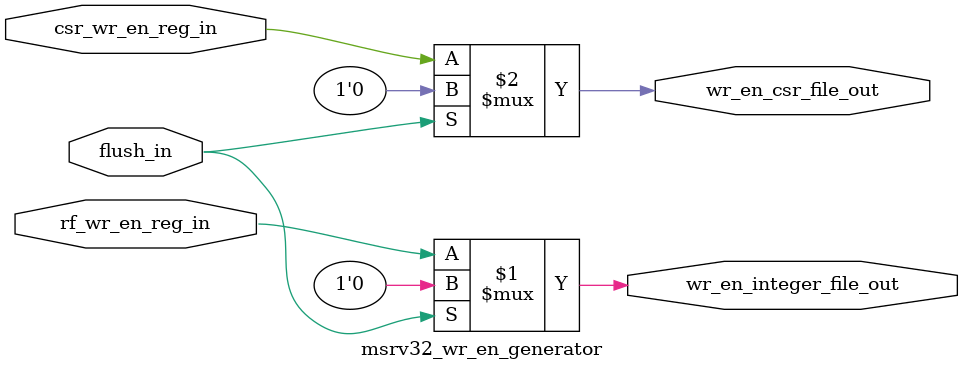
<source format=v>
/*********************************
//File Name: wr_en_generator.v

//Module Name: wr_en_generator

//Description: This module will be used to generate write enable signal for integer file and CSR file

//Version: 1.0

//Engineer: Prasanna

//Email: tech_support@maven-silicon.com

//************************************/


module msrv32_wr_en_generator(input flush_in,rf_wr_en_reg_in,csr_wr_en_reg_in,
                       output wr_en_integer_file_out,wr_en_csr_file_out
                      );
   //Generation of write enable signals for CSR file and Integer file based on flush
   assign wr_en_integer_file_out = flush_in ? 1'b0 : rf_wr_en_reg_in;
   assign wr_en_csr_file_out = flush_in ? 1'b0 : csr_wr_en_reg_in;

endmodule

</source>
